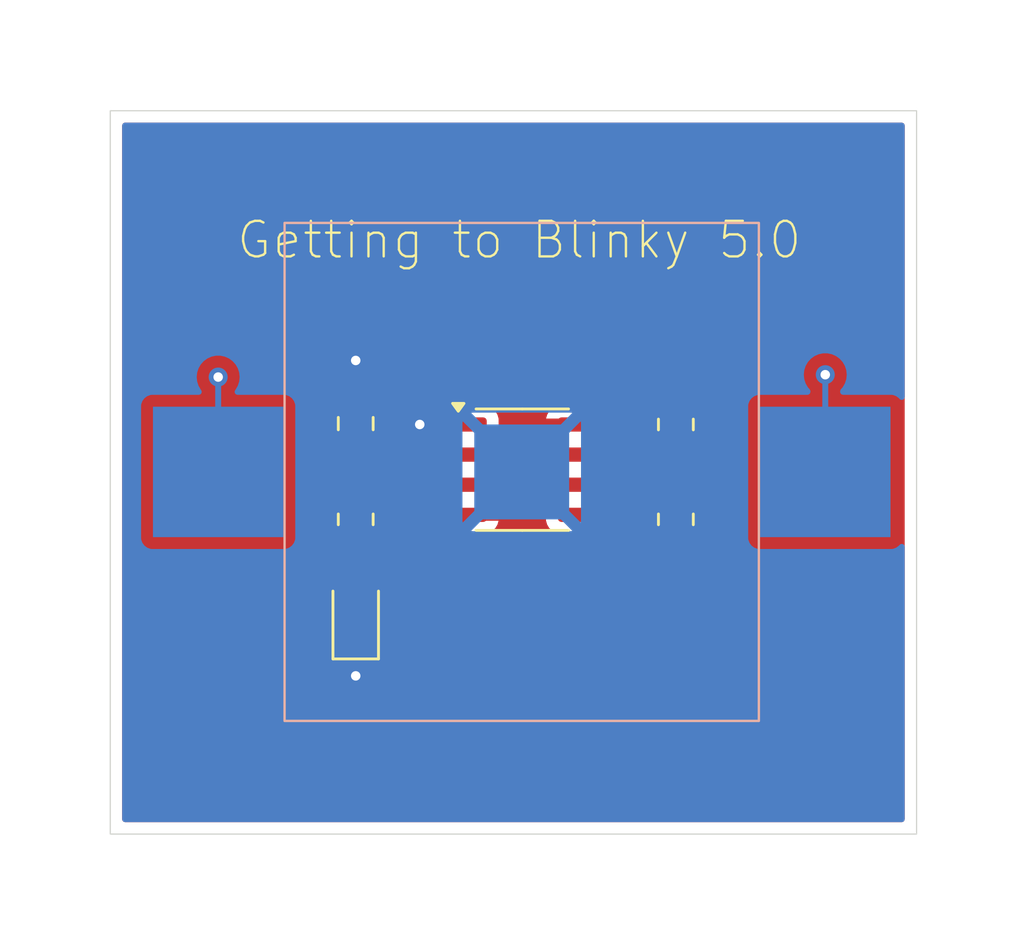
<source format=kicad_pcb>
(kicad_pcb (version 20240108) (generator "pcbnew") (generator_version "8.0")
  (title_block (title "Getting to Blinky") (date "2025-06-22") (rev "0.1"))
  (layers (0 "F.Cu" signal) (31 "B.Cu" signal) (34 "B.Paste" user) (35 "F.Paste" user) (36 "B.SilkS" user "B.Silkscreen") (37 "F.SilkS" user "F.Silkscreen") (38 "B.Mask" user) (39 "F.Mask" user) (44 "Edge.Cuts" user))
  (net 0 "")
  (net 1 "Net-(BT1-+)")
  (net 2 "GND")
  (net 3 "Net-(U1-THR)")
  (net 4 "Net-(D1-A)")
  (net 5 "Net-(U1-DIS)")
  (net 6 "Net-(U1-OUT)")
  (footprint "LED_SMD:LED_0805_2012Metric_Pad1.15x1.40mm_HandSolder" (layer "F.Cu") (at 98.2 65.225 90)
    (property "Reference" "D1" (hide yes))
    (property "Value" "LED" (hide yes))
    (fp_line (start 1 -0.96) (end -1.86 -0.96) (stroke (width 0.12)) (layer "F.SilkS"))
    (fp_line (start -1.86 -0.96) (end -1.86 0.96) (stroke (width 0.12)) (layer "F.SilkS"))
    (fp_line (start -1.86 0.96) (end 1 0.96) (stroke (width 0.12)) (layer "F.SilkS"))
    (pad "1" smd roundrect (at -1.025 0 90) (size 1.15 1.4) (layers "F.Cu" "F.Paste" "F.Mask") (roundrect_rratio 0.217391) (net 2 "GND"))
    (pad "2" smd roundrect (at 1.025 0 90) (size 1.15 1.4) (layers "F.Cu" "F.Paste" "F.Mask") (roundrect_rratio 0.217391) (net 4 "Net-(D1-A)"))
  )
  (footprint "Resistor_SMD:R_0805_2012Metric_Pad1.20x1.40mm_HandSolder" (layer "F.Cu") (at 111.7 61.2 -90)
    (property "Reference" "R2" (hide yes))
    (property "Value" "470K" (hide yes))
    (fp_line (start -0.227064 0.735) (end 0.227064 0.735) (stroke (width 0.12)) (layer "F.SilkS"))
    (fp_line (start -0.227064 -0.735) (end 0.227064 -0.735) (stroke (width 0.12)) (layer "F.SilkS"))
    (pad "1" smd roundrect (at -1 0 270) (size 1.2 1.4) (layers "F.Cu" "F.Paste" "F.Mask") (roundrect_rratio 0.208333) (net 5 "Net-(U1-DIS)"))
    (pad "2" smd roundrect (at 1 0 270) (size 1.2 1.4) (layers "F.Cu" "F.Paste" "F.Mask") (roundrect_rratio 0.208333) (net 3 "Net-(U1-THR)"))
  )
  (footprint "Resistor_SMD:R_0805_2012Metric_Pad1.20x1.40mm_HandSolder" (layer "F.Cu") (at 98.2 61.2 -90)
    (property "Reference" "R3" (hide yes))
    (property "Value" "1K" (hide yes))
    (fp_line (start -0.227064 0.735) (end 0.227064 0.735) (stroke (width 0.12)) (layer "F.SilkS"))
    (fp_line (start -0.227064 -0.735) (end 0.227064 -0.735) (stroke (width 0.12)) (layer "F.SilkS"))
    (pad "1" smd roundrect (at -1 0 270) (size 1.2 1.4) (layers "F.Cu" "F.Paste" "F.Mask") (roundrect_rratio 0.208333) (net 6 "Net-(U1-OUT)"))
    (pad "2" smd roundrect (at 1 0 270) (size 1.2 1.4) (layers "F.Cu" "F.Paste" "F.Mask") (roundrect_rratio 0.208333) (net 4 "Net-(D1-A)"))
  )
  (footprint "Resistor_SMD:R_0805_2012Metric_Pad1.20x1.40mm_HandSolder" (layer "F.Cu") (at 111.7 57.2 -90)
    (property "Reference" "R1" (hide yes))
    (property "Value" "1K")
    (fp_line (start -0.227064 0.735) (end 0.227064 0.735) (stroke (width 0.12)) (layer "F.SilkS"))
    (fp_line (start -0.227064 -0.735) (end 0.227064 -0.735) (stroke (width 0.12)) (layer "F.SilkS"))
    (pad "1" smd roundrect (at -1 0 270) (size 1.2 1.4) (layers "F.Cu" "F.Paste" "F.Mask") (roundrect_rratio 0.208333) (net 1 "Net-(BT1-+)"))
    (pad "2" smd roundrect (at 1 0 270) (size 1.2 1.4) (layers "F.Cu" "F.Paste" "F.Mask") (roundrect_rratio 0.208333) (net 5 "Net-(U1-DIS)"))
  )
  (footprint "Package_SO:SOIC-8_3.9x4.9mm_P1.27mm" (layer "F.Cu") (at 105.225 59.105)
    (property "Reference" "U1" (hide yes))
    (property "Value" "7555")
    (fp_line (start 0 -2.56) (end -1.95 -2.56) (stroke (width 0.12)) (layer "F.SilkS"))
    (fp_line (start 0 -2.56) (end 1.95 -2.56) (stroke (width 0.12)) (layer "F.SilkS"))
    (fp_line (start 0 2.56) (end -1.95 2.56) (stroke (width 0.12)) (layer "F.SilkS"))
    (fp_line (start 0 2.56) (end 1.95 2.56) (stroke (width 0.12)) (layer "F.SilkS"))
    (fp_poly (pts (xy -2.7 -2.465) (xy -2.94 -2.795) (xy -2.46 -2.795) (xy -2.7 -2.465)) (stroke (width 0.12)) (fill solid) (layer "F.SilkS"))
    (pad "1" smd roundrect (at -2.475 -1.905) (size 1.95 0.6) (layers "F.Cu" "F.Paste" "F.Mask") (net 2 "GND"))
    (pad "2" smd roundrect (at -2.475 -0.635) (size 1.95 0.6) (layers "F.Cu" "F.Paste" "F.Mask") (net 3 "Net-(U1-THR)"))
    (pad "3" smd roundrect (at -2.475 0.635) (size 1.95 0.6) (layers "F.Cu" "F.Paste" "F.Mask") (net 6 "Net-(U1-OUT)"))
    (pad "4" smd roundrect (at -2.475 1.905) (size 1.95 0.6) (layers "F.Cu" "F.Paste" "F.Mask") (net 1 "Net-(BT1-+)"))
    (pad "5" smd roundrect (at 2.475 1.905) (size 1.95 0.6) (layers "F.Cu" "F.Paste" "F.Mask"))
    (pad "6" smd roundrect (at 2.475 0.635) (size 1.95 0.6) (layers "F.Cu" "F.Paste" "F.Mask") (net 3 "Net-(U1-THR)"))
    (pad "7" smd roundrect (at 2.475 -0.635) (size 1.95 0.6) (layers "F.Cu" "F.Paste" "F.Mask") (net 5 "Net-(U1-DIS)"))
    (pad "8" smd roundrect (at 2.475 -1.905) (size 1.95 0.6) (layers "F.Cu" "F.Paste" "F.Mask") (net 1 "Net-(BT1-+)"))
  )
  (footprint "Capacitor_SMD:C_0805_2012Metric_Pad1.18x1.45mm_HandSolder" (layer "F.Cu") (at 98.2 57.1625 90)
    (property "Reference" "C1" (hide yes))
    (property "Value" "1U" (hide yes))
    (fp_line (start -0.261252 -0.735) (end 0.261252 -0.735) (stroke (width 0.12)) (layer "F.SilkS"))
    (fp_line (start -0.261252 0.735) (end 0.261252 0.735) (stroke (width 0.12)) (layer "F.SilkS"))
    (pad "1" smd roundrect (at -1.0375 0 90) (size 1.175 1.45) (layers "F.Cu" "F.Paste" "F.Mask") (roundrect_rratio 0.212766) (net 3 "Net-(U1-THR)"))
    (pad "2" smd roundrect (at 1.0375 0 90) (size 1.175 1.45) (layers "F.Cu" "F.Paste" "F.Mask") (roundrect_rratio 0.212766) (net 2 "GND"))
  )
  (footprint "Blinky:S8211-46R" (layer "B.Cu") (at 105.2 59.2 180)
    (property "Reference" "BT1" (hide yes))
    (property "Value" "CR2032")
    (fp_rect (start -10 10.5) (end 10 -10.5) (stroke (width 0.1)) (fill none) (layer "B.SilkS"))
    (pad "1" smd rect (at -12.8 0 180) (size 5.5 5.5) (layers "B.Cu" "B.Paste" "B.Mask") (net 1 "Net-(BT1-+)"))
    (pad "1" smd rect (at 12.8 0 180) (size 5.5 5.5) (layers "B.Cu" "B.Paste" "B.Mask") (net 1 "Net-(BT1-+)"))
    (pad "2" smd rect (at 0 0 180) (size 4 4) (layers "B.Cu" "B.Paste" "B.Mask") (net 2 "GND"))
  )
  (gr_rect (start 87.85 43.97) (end 121.85 74.47) (stroke (width 0.05)) (fill none) (layer "Edge.Cuts"))
  (gr_text "Getting to Blinky 5.0" (at 93.1 50.3 0) (layer "F.SilkS") (effects (font (size 1.5 1.5) (thickness 0.1)) (justify left bottom)))
  (segment (start 111.7 56.2) (end 110 56.2) (width 0.25) (layer "F.Cu") (net 1))
  (segment (start 109 57.2) (end 110 56.2) (width 0.25) (layer "F.Cu") (net 1))
  (segment (start 107.7 57.2) (end 109 57.2) (width 0.25) (layer "F.Cu") (net 1))
  (segment (start 107.9 57.2) (end 108 57.1) (width 0.25) (layer "F.Cu") (net 1))
  (via (at 92.4 55.2) (size 0.8) (drill 0.4) (layers "F.Cu" "B.Cu") (net 1))
  (via (at 118 55.1) (size 0.8) (drill 0.4) (layers "F.Cu" "B.Cu") (net 1))
  (segment (start 92.4 59.2) (end 92.4 55.2) (width 0.25) (layer "B.Cu") (net 1))
  (segment (start 118 55.1) (end 118 59.2) (width 0.25) (layer "B.Cu") (net 1))
  (segment (start 118 55.1) (end 117.875 55.225) (width 0.25) (layer "B.Cu") (net 1))
  (segment (start 102.75 57.2) (end 101 57.2) (width 0.25) (layer "F.Cu") (net 2))
  (segment (start 98.2 67.8) (end 98.2 66.25) (width 0.25) (layer "F.Cu") (net 2))
  (segment (start 98.2 56.125) (end 98.2 54.5) (width 0.25) (layer "F.Cu") (net 2))
  (segment (start 101 57.2) (end 100.9 57.2) (width 0.25) (layer "F.Cu") (net 2))
  (via (at 98.2 67.8) (size 0.8) (drill 0.4) (layers "F.Cu" "B.Cu") (net 2))
  (via (at 100.9 57.2) (size 0.8) (drill 0.4) (layers "F.Cu" "B.Cu") (net 2))
  (via (at 98.2 54.5) (size 0.8) (drill 0.4) (layers "F.Cu" "B.Cu") (net 2))
  (segment (start 102.75 58.47) (end 104.57 58.47) (width 0.25) (layer "F.Cu") (net 3))
  (segment (start 110 61.6) (end 110 60.4) (width 0.25) (layer "F.Cu") (net 3))
  (segment (start 105.84 59.74) (end 107.7 59.74) (width 0.25) (layer "F.Cu") (net 3))
  (segment (start 109.34 59.74) (end 107.7 59.74) (width 0.25) (layer "F.Cu") (net 3))
  (segment (start 102.75 58.47) (end 100.47 58.47) (width 0.25) (layer "F.Cu") (net 3))
  (segment (start 110.6 62.2) (end 110 61.6) (width 0.25) (layer "F.Cu") (net 3))
  (segment (start 100.2 58.2) (end 98.2 58.2) (width 0.25) (layer "F.Cu") (net 3))
  (segment (start 100.47 58.47) (end 100.2 58.2) (width 0.25) (layer "F.Cu") (net 3))
  (segment (start 111.7 62.2) (end 110.6 62.2) (width 0.25) (layer "F.Cu") (net 3))
  (segment (start 104.57 58.47) (end 105.84 59.74) (width 0.25) (layer "F.Cu") (net 3))
  (segment (start 110 60.4) (end 109.34 59.74) (width 0.25) (layer "F.Cu") (net 3))
  (segment (start 98.2 62.2) (end 98.2 64.2) (width 0.25) (layer "F.Cu") (net 4))
  (segment (start 109.9 58.2) (end 111.7 58.2) (width 0.25) (layer "F.Cu") (net 5))
  (segment (start 111.7 58.2) (end 111.7 60.2) (width 0.25) (layer "F.Cu") (net 5))
  (segment (start 109.63 58.47) (end 109.9 58.2) (width 0.25) (layer "F.Cu") (net 5))
  (segment (start 107.7 58.47) (end 109.63 58.47) (width 0.25) (layer "F.Cu") (net 5))
  (segment (start 102.64 59.74) (end 102.6 59.7) (width 0.25) (layer "F.Cu") (net 6))
  (segment (start 102.75 59.74) (end 102.64 59.74) (width 0.25) (layer "F.Cu") (net 6))
  (segment (start 102.6 59.7) (end 100.5 59.7) (width 0.25) (layer "F.Cu") (net 6))
  (segment (start 100.5 59.7) (end 100 60.2) (width 0.25) (layer "F.Cu") (net 6))
  (segment (start 100 60.2) (end 98.2 60.2) (width 0.25) (layer "F.Cu") (net 6))
  (zone (net 1) (net_name "Net-(BT1-+)") (layer "F.Cu") (connect_pads (clearance 0.5)) (min_thickness 0.25) (fill yes (thermal_gap 0.5) (thermal_bridge_width 0.5))
    (polygon (pts (xy 126.3 39.3) (xy 126.4 78.9) (xy 83.3 79) (xy 83.2 39.4)))
  )
  (zone (net 2) (net_name "GND") (layer "B.Cu") (connect_pads (clearance 0.5)) (min_thickness 0.25) (fill yes (thermal_gap 0.5) (thermal_bridge_width 0.5))
    (polygon (pts (xy 123.7 41.8) (xy 123.7 76.4) (xy 85.8 76.4) (xy 85.8 41.8)))
  )
)
</source>
